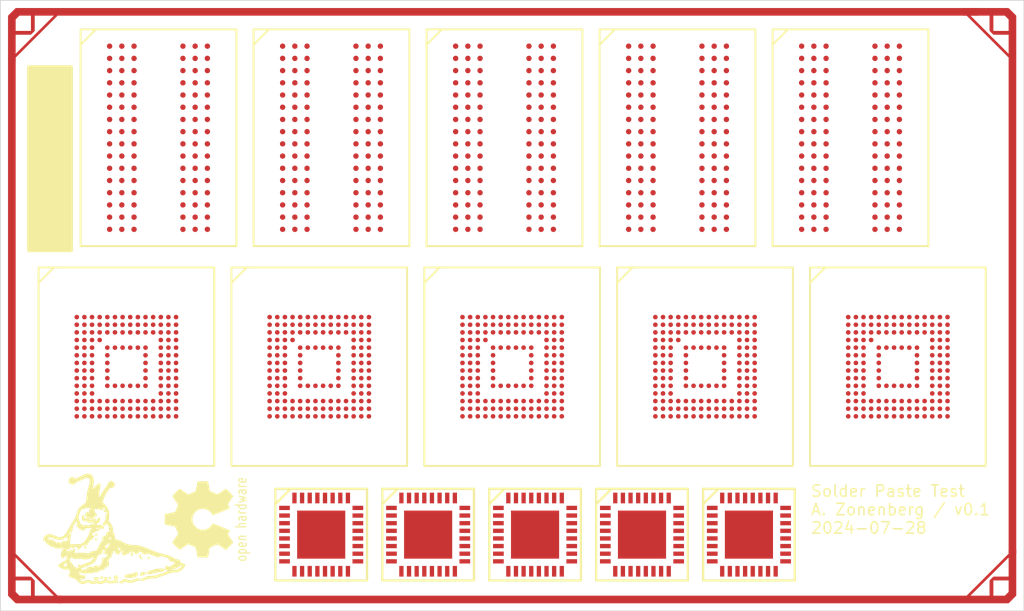
<source format=kicad_pcb>
(kicad_pcb (version 20240108) (generator "pcbnew") (generator_version "8.0")
  (layers (0 "F.Cu" signal) (31 "B.Cu" signal) (34 "B.Paste" user) (35 "F.Paste" user) (36 "B.SilkS" user "B.Silkscreen") (37 "F.SilkS" user "F.Silkscreen") (38 "B.Mask" user) (39 "F.Mask" user) (44 "Edge.Cuts" user))
  (net 0 "")
  (footprint "azonenberg_pcb:QFN_32_0.5MM_5x5MM" (layer "F.Cu") (at 112 97)
    (property "Reference" "M7" (hide yes))
    (property "Value" "MECHANICAL" (hide yes))
  )
  (footprint "azonenberg_pcb:QFN_32_0.5MM_5x5MM" (layer "F.Cu") (at 126 97)
    (property "Reference" "M9" (hide yes))
    (property "Value" "MECHANICAL" (hide yes))
  )
  (footprint "w_logo:Logo_silk_OSHW_6x6mm" (layer "F.Cu") (at 97 96 90)
    (property "Reference" "M17" (hide yes))
    (property "Value" "MECHANICAL" (hide yes))
  )
  (footprint "azonenberg_pcb:BGA_153_14x14_EMMC_BA_0.5MM" (layer "F.Cu") (at 130.125 86)
    (property "Reference" "M4" (hide yes))
    (property "Value" "MECHANICAL" (hide yes))
  )
  (footprint "azonenberg_pcb:BGA_96_9x16_DEPOP3x16_DDR3L_0.8MM" (layer "F.Cu") (at 94.35 71)
    (property "Reference" "M11" (hide yes))
    (property "Value" "MECHANICAL" (hide yes))
  )
  (footprint "azonenberg_pcb:QFN_32_0.5MM_5x5MM" (layer "F.Cu") (at 105 97)
    (property "Reference" "M6" (hide yes))
    (property "Value" "MECHANICAL" (hide yes))
  )
  (footprint "azonenberg_pcb:BGA_153_14x14_EMMC_BA_0.5MM" (layer "F.Cu") (at 142.75 86)
    (property "Reference" "M5" (hide yes))
    (property "Value" "MECHANICAL" (hide yes))
  )
  (footprint "azonenberg_pcb:LONGTHING-1200DPI" (layer "F.Cu") (at 92 97)
    (property "Reference" "M16" (hide yes))
    (property "Value" "MECHANICAL" (hide yes))
  )
  (footprint "azonenberg_pcb:BGA_96_9x16_DEPOP3x16_DDR3L_0.8MM" (layer "F.Cu") (at 117 71)
    (property "Reference" "M13" (hide yes))
    (property "Value" "MECHANICAL" (hide yes))
  )
  (footprint "azonenberg_pcb:BGA_96_9x16_DEPOP3x16_DDR3L_0.8MM" (layer "F.Cu") (at 105.675 71)
    (property "Reference" "M12" (hide yes))
    (property "Value" "MECHANICAL" (hide yes))
  )
  (footprint "azonenberg_pcb:BGA_153_14x14_EMMC_BA_0.5MM" (layer "F.Cu") (at 117.5 86)
    (property "Reference" "M3" (hide yes))
    (property "Value" "MECHANICAL" (hide yes))
  )
  (footprint "azonenberg_pcb:BGA_153_14x14_EMMC_BA_0.5MM" (layer "F.Cu") (at 104.875 86)
    (property "Reference" "M2" (hide yes))
    (property "Value" "MECHANICAL" (hide yes))
  )
  (footprint "azonenberg_pcb:BGA_96_9x16_DEPOP3x16_DDR3L_0.8MM" (layer "F.Cu") (at 139.65 71)
    (property "Reference" "M15" (hide yes))
    (property "Value" "MECHANICAL" (hide yes))
  )
  (footprint "azonenberg_pcb:BGA_153_14x14_EMMC_BA_0.5MM" (layer "F.Cu") (at 92.25 86)
    (property "Reference" "M1" (hide yes))
    (property "Value" "MECHANICAL" (hide yes))
  )
  (footprint "azonenberg_pcb:BGA_96_9x16_DEPOP3x16_DDR3L_0.8MM" (layer "F.Cu") (at 128.325 71)
    (property "Reference" "M14" (hide yes))
    (property "Value" "MECHANICAL" (hide yes))
  )
  (footprint "azonenberg_pcb:QFN_32_0.5MM_5x5MM" (layer "F.Cu") (at 133 97)
    (property "Reference" "M10" (hide yes))
    (property "Value" "MECHANICAL" (hide yes))
  )
  (footprint "azonenberg_pcb:QFN_32_0.5MM_5x5MM" (layer "F.Cu") (at 119 97)
    (property "Reference" "M8" (hide yes))
    (property "Value" "MECHANICAL" (hide yes))
  )
  (gr_line (start 84 62) (end 84 102) (stroke (width 0.05)) (layer "Edge.Cuts"))
  (gr_line (start 151 62) (end 84 62) (stroke (width 0.05)) (layer "Edge.Cuts"))
  (gr_line (start 151 102) (end 151 62) (stroke (width 0.05)) (layer "Edge.Cuts"))
  (gr_line (start 84 102) (end 151 102) (stroke (width 0.05)) (layer "Edge.Cuts"))
  (gr_text "Solder Paste Test\nA. Zonenberg / v0.1\n2024-07-28" (at 137 97 0) (layer "F.SilkS") (effects (font (size 0.75 0.75) (thickness 0.1)) (justify left bottom)))
  (zone (net 0) (net_name "") (layer "F.Cu") (connect_pads yes (clearance 0.125)) (min_thickness 0.125) (fill yes (thermal_gap 0.5) (thermal_bridge_width 0.5) (island_removal_mode 1) (island_area_min 10))
    (polygon (pts (xy 87.75 101) (xy 147.25 101) (xy 150 98.25) (xy 150.000001 98) (xy 150.5 98) (xy 150.5 101) (xy 150 101.5) (xy 87.75 101.5)))
    (polygon (pts (xy 148.75 101) (xy 148.750001 100) (xy 149 99.75) (xy 150 99.75) (xy 150 99.25) (xy 150 98.5) (xy 147.5 101) (xy 148.5 101)))
    (polygon (pts (xy 150 100.75) (xy 150 100) (xy 149 100) (xy 149 101) (xy 149.75 101)))
  )
  (zone (net 0) (net_name "") (layer "F.Cu") (connect_pads yes (clearance 0.125)) (min_thickness 0.125) (fill yes (thermal_gap 0.5) (thermal_bridge_width 0.5) (island_removal_mode 1) (island_area_min 10))
    (polygon (pts (xy 150 98.25) (xy 150 65.75) (xy 147.25 63) (xy 147 62.999999) (xy 147 62.5) (xy 150 62.5) (xy 150.5 63) (xy 150.5 98.25)))
    (polygon (pts (xy 150 64.25) (xy 149 64.249999) (xy 148.75 64) (xy 148.75 63) (xy 148.25 63) (xy 147.5 63) (xy 150 65.5) (xy 150 64.5)))
    (polygon (pts (xy 149.75 63) (xy 149 63) (xy 149 64) (xy 150 64) (xy 150 63.25)))
  )
  (zone (net 0) (net_name "") (layer "F.Cu") (connect_pads yes (clearance 0.125)) (min_thickness 0.125) (fill yes (thermal_gap 0.5) (thermal_bridge_width 0.5) (island_removal_mode 1) (island_area_min 10))
    (polygon (pts (xy 148 63) (xy 87.75 63) (xy 85 65.75) (xy 85 66) (xy 84.5 66) (xy 84.5 63) (xy 85 62.5) (xy 148 62.5)))
    (polygon (pts (xy 86.25 63) (xy 86.25 64) (xy 86 64.25) (xy 85 64.25) (xy 85 64.75) (xy 85 65.5) (xy 87.5 63) (xy 86.5 63)))
    (polygon (pts (xy 85 63.25) (xy 85 64) (xy 86 64) (xy 86 63) (xy 85.25 63)))
  )
  (zone (net 0) (net_name "") (layer "F.Cu") (connect_pads yes (clearance 0.125)) (min_thickness 0.125) (fill yes (thermal_gap 0.5) (thermal_bridge_width 0.5) (island_removal_mode 1) (island_area_min 10))
    (polygon (pts (xy 85 65.75) (xy 85 98.25) (xy 87.75 101) (xy 88 101) (xy 88 101.5) (xy 85 101.5) (xy 84.5 101) (xy 84.5 65.75)))
    (polygon (pts (xy 85 99.75) (xy 86 99.75) (xy 86.25 100) (xy 86.25 101) (xy 86.75 101) (xy 87.5 101) (xy 85 98.5) (xy 85 99.5)))
    (polygon (pts (xy 85.25 101) (xy 86 101) (xy 86 100) (xy 85 100) (xy 85 100.75)))
  )
  (zone (net 0) (net_name "") (layer "F.SilkS") (connect_pads (clearance 0.5)) (min_thickness 0.25) (fill yes (thermal_gap 0.5) (thermal_bridge_width 0.5) (island_removal_mode 1) (island_area_min 10))
    (polygon (pts (xy 85.75 66.25) (xy 85.75 78.5) (xy 88.75 78.5) (xy 88.75 66.25)))
  )
)
</source>
